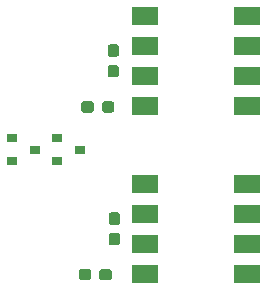
<source format=gtp>
G04 #@! TF.GenerationSoftware,KiCad,Pcbnew,(5.1.5-0)*
G04 #@! TF.CreationDate,2022-03-29T15:48:06-06:00*
G04 #@! TF.ProjectId,polarity_swap,706f6c61-7269-4747-995f-737761702e6b,1*
G04 #@! TF.SameCoordinates,Original*
G04 #@! TF.FileFunction,Paste,Top*
G04 #@! TF.FilePolarity,Positive*
%FSLAX46Y46*%
G04 Gerber Fmt 4.6, Leading zero omitted, Abs format (unit mm)*
G04 Created by KiCad (PCBNEW (5.1.5-0)) date 2022-03-29 15:48:06*
%MOMM*%
%LPD*%
G04 APERTURE LIST*
%ADD10R,2.200000X1.600000*%
%ADD11C,0.152400*%
%ADD12R,0.900000X0.800000*%
G04 APERTURE END LIST*
D10*
X-23850000Y-13990000D03*
X-23850000Y-16530000D03*
X-15150000Y-19070000D03*
X-23850000Y-21610000D03*
X-15150000Y-21610000D03*
X-15150000Y-16530000D03*
X-15150000Y-13990000D03*
X-23850000Y-19070000D03*
X-23841000Y185001D03*
X-23841000Y-2354999D03*
X-15141000Y-4894999D03*
X-23841000Y-7434999D03*
X-15141000Y-7434999D03*
X-15141000Y-2354999D03*
X-15141000Y185001D03*
X-23841000Y-4894999D03*
D11*
G36*
X-26139221Y-18176144D02*
G01*
X-26116166Y-18179563D01*
X-26093557Y-18185227D01*
X-26071613Y-18193079D01*
X-26050543Y-18203044D01*
X-26030552Y-18215026D01*
X-26011832Y-18228910D01*
X-25994562Y-18244562D01*
X-25978910Y-18261832D01*
X-25965026Y-18280552D01*
X-25953044Y-18300543D01*
X-25943079Y-18321613D01*
X-25935227Y-18343557D01*
X-25929563Y-18366166D01*
X-25926144Y-18389221D01*
X-25925000Y-18412500D01*
X-25925000Y-18987500D01*
X-25926144Y-19010779D01*
X-25929563Y-19033834D01*
X-25935227Y-19056443D01*
X-25943079Y-19078387D01*
X-25953044Y-19099457D01*
X-25965026Y-19119448D01*
X-25978910Y-19138168D01*
X-25994562Y-19155438D01*
X-26011832Y-19171090D01*
X-26030552Y-19184974D01*
X-26050543Y-19196956D01*
X-26071613Y-19206921D01*
X-26093557Y-19214773D01*
X-26116166Y-19220437D01*
X-26139221Y-19223856D01*
X-26162500Y-19225000D01*
X-26637500Y-19225000D01*
X-26660779Y-19223856D01*
X-26683834Y-19220437D01*
X-26706443Y-19214773D01*
X-26728387Y-19206921D01*
X-26749457Y-19196956D01*
X-26769448Y-19184974D01*
X-26788168Y-19171090D01*
X-26805438Y-19155438D01*
X-26821090Y-19138168D01*
X-26834974Y-19119448D01*
X-26846956Y-19099457D01*
X-26856921Y-19078387D01*
X-26864773Y-19056443D01*
X-26870437Y-19033834D01*
X-26873856Y-19010779D01*
X-26875000Y-18987500D01*
X-26875000Y-18412500D01*
X-26873856Y-18389221D01*
X-26870437Y-18366166D01*
X-26864773Y-18343557D01*
X-26856921Y-18321613D01*
X-26846956Y-18300543D01*
X-26834974Y-18280552D01*
X-26821090Y-18261832D01*
X-26805438Y-18244562D01*
X-26788168Y-18228910D01*
X-26769448Y-18215026D01*
X-26749457Y-18203044D01*
X-26728387Y-18193079D01*
X-26706443Y-18185227D01*
X-26683834Y-18179563D01*
X-26660779Y-18176144D01*
X-26637500Y-18175000D01*
X-26162500Y-18175000D01*
X-26139221Y-18176144D01*
G37*
G36*
X-26139221Y-16426144D02*
G01*
X-26116166Y-16429563D01*
X-26093557Y-16435227D01*
X-26071613Y-16443079D01*
X-26050543Y-16453044D01*
X-26030552Y-16465026D01*
X-26011832Y-16478910D01*
X-25994562Y-16494562D01*
X-25978910Y-16511832D01*
X-25965026Y-16530552D01*
X-25953044Y-16550543D01*
X-25943079Y-16571613D01*
X-25935227Y-16593557D01*
X-25929563Y-16616166D01*
X-25926144Y-16639221D01*
X-25925000Y-16662500D01*
X-25925000Y-17237500D01*
X-25926144Y-17260779D01*
X-25929563Y-17283834D01*
X-25935227Y-17306443D01*
X-25943079Y-17328387D01*
X-25953044Y-17349457D01*
X-25965026Y-17369448D01*
X-25978910Y-17388168D01*
X-25994562Y-17405438D01*
X-26011832Y-17421090D01*
X-26030552Y-17434974D01*
X-26050543Y-17446956D01*
X-26071613Y-17456921D01*
X-26093557Y-17464773D01*
X-26116166Y-17470437D01*
X-26139221Y-17473856D01*
X-26162500Y-17475000D01*
X-26637500Y-17475000D01*
X-26660779Y-17473856D01*
X-26683834Y-17470437D01*
X-26706443Y-17464773D01*
X-26728387Y-17456921D01*
X-26749457Y-17446956D01*
X-26769448Y-17434974D01*
X-26788168Y-17421090D01*
X-26805438Y-17405438D01*
X-26821090Y-17388168D01*
X-26834974Y-17369448D01*
X-26846956Y-17349457D01*
X-26856921Y-17328387D01*
X-26864773Y-17306443D01*
X-26870437Y-17283834D01*
X-26873856Y-17260779D01*
X-26875000Y-17237500D01*
X-26875000Y-16662500D01*
X-26873856Y-16639221D01*
X-26870437Y-16616166D01*
X-26864773Y-16593557D01*
X-26856921Y-16571613D01*
X-26846956Y-16550543D01*
X-26834974Y-16530552D01*
X-26821090Y-16511832D01*
X-26805438Y-16494562D01*
X-26788168Y-16478910D01*
X-26769448Y-16465026D01*
X-26749457Y-16453044D01*
X-26728387Y-16443079D01*
X-26706443Y-16435227D01*
X-26683834Y-16429563D01*
X-26660779Y-16426144D01*
X-26637500Y-16425000D01*
X-26162500Y-16425000D01*
X-26139221Y-16426144D01*
G37*
G36*
X-28589221Y-21226144D02*
G01*
X-28566166Y-21229563D01*
X-28543557Y-21235227D01*
X-28521613Y-21243079D01*
X-28500543Y-21253044D01*
X-28480552Y-21265026D01*
X-28461832Y-21278910D01*
X-28444562Y-21294562D01*
X-28428910Y-21311832D01*
X-28415026Y-21330552D01*
X-28403044Y-21350543D01*
X-28393079Y-21371613D01*
X-28385227Y-21393557D01*
X-28379563Y-21416166D01*
X-28376144Y-21439221D01*
X-28375000Y-21462500D01*
X-28375000Y-21937500D01*
X-28376144Y-21960779D01*
X-28379563Y-21983834D01*
X-28385227Y-22006443D01*
X-28393079Y-22028387D01*
X-28403044Y-22049457D01*
X-28415026Y-22069448D01*
X-28428910Y-22088168D01*
X-28444562Y-22105438D01*
X-28461832Y-22121090D01*
X-28480552Y-22134974D01*
X-28500543Y-22146956D01*
X-28521613Y-22156921D01*
X-28543557Y-22164773D01*
X-28566166Y-22170437D01*
X-28589221Y-22173856D01*
X-28612500Y-22175000D01*
X-29187500Y-22175000D01*
X-29210779Y-22173856D01*
X-29233834Y-22170437D01*
X-29256443Y-22164773D01*
X-29278387Y-22156921D01*
X-29299457Y-22146956D01*
X-29319448Y-22134974D01*
X-29338168Y-22121090D01*
X-29355438Y-22105438D01*
X-29371090Y-22088168D01*
X-29384974Y-22069448D01*
X-29396956Y-22049457D01*
X-29406921Y-22028387D01*
X-29414773Y-22006443D01*
X-29420437Y-21983834D01*
X-29423856Y-21960779D01*
X-29425000Y-21937500D01*
X-29425000Y-21462500D01*
X-29423856Y-21439221D01*
X-29420437Y-21416166D01*
X-29414773Y-21393557D01*
X-29406921Y-21371613D01*
X-29396956Y-21350543D01*
X-29384974Y-21330552D01*
X-29371090Y-21311832D01*
X-29355438Y-21294562D01*
X-29338168Y-21278910D01*
X-29319448Y-21265026D01*
X-29299457Y-21253044D01*
X-29278387Y-21243079D01*
X-29256443Y-21235227D01*
X-29233834Y-21229563D01*
X-29210779Y-21226144D01*
X-29187500Y-21225000D01*
X-28612500Y-21225000D01*
X-28589221Y-21226144D01*
G37*
G36*
X-26839221Y-21226144D02*
G01*
X-26816166Y-21229563D01*
X-26793557Y-21235227D01*
X-26771613Y-21243079D01*
X-26750543Y-21253044D01*
X-26730552Y-21265026D01*
X-26711832Y-21278910D01*
X-26694562Y-21294562D01*
X-26678910Y-21311832D01*
X-26665026Y-21330552D01*
X-26653044Y-21350543D01*
X-26643079Y-21371613D01*
X-26635227Y-21393557D01*
X-26629563Y-21416166D01*
X-26626144Y-21439221D01*
X-26625000Y-21462500D01*
X-26625000Y-21937500D01*
X-26626144Y-21960779D01*
X-26629563Y-21983834D01*
X-26635227Y-22006443D01*
X-26643079Y-22028387D01*
X-26653044Y-22049457D01*
X-26665026Y-22069448D01*
X-26678910Y-22088168D01*
X-26694562Y-22105438D01*
X-26711832Y-22121090D01*
X-26730552Y-22134974D01*
X-26750543Y-22146956D01*
X-26771613Y-22156921D01*
X-26793557Y-22164773D01*
X-26816166Y-22170437D01*
X-26839221Y-22173856D01*
X-26862500Y-22175000D01*
X-27437500Y-22175000D01*
X-27460779Y-22173856D01*
X-27483834Y-22170437D01*
X-27506443Y-22164773D01*
X-27528387Y-22156921D01*
X-27549457Y-22146956D01*
X-27569448Y-22134974D01*
X-27588168Y-22121090D01*
X-27605438Y-22105438D01*
X-27621090Y-22088168D01*
X-27634974Y-22069448D01*
X-27646956Y-22049457D01*
X-27656921Y-22028387D01*
X-27664773Y-22006443D01*
X-27670437Y-21983834D01*
X-27673856Y-21960779D01*
X-27675000Y-21937500D01*
X-27675000Y-21462500D01*
X-27673856Y-21439221D01*
X-27670437Y-21416166D01*
X-27664773Y-21393557D01*
X-27656921Y-21371613D01*
X-27646956Y-21350543D01*
X-27634974Y-21330552D01*
X-27621090Y-21311832D01*
X-27605438Y-21294562D01*
X-27588168Y-21278910D01*
X-27569448Y-21265026D01*
X-27549457Y-21253044D01*
X-27528387Y-21243079D01*
X-27506443Y-21235227D01*
X-27483834Y-21229563D01*
X-27460779Y-21226144D01*
X-27437500Y-21225000D01*
X-26862500Y-21225000D01*
X-26839221Y-21226144D01*
G37*
G36*
X-26239221Y-2201144D02*
G01*
X-26216166Y-2204563D01*
X-26193557Y-2210227D01*
X-26171613Y-2218079D01*
X-26150543Y-2228044D01*
X-26130552Y-2240026D01*
X-26111832Y-2253910D01*
X-26094562Y-2269562D01*
X-26078910Y-2286832D01*
X-26065026Y-2305552D01*
X-26053044Y-2325543D01*
X-26043079Y-2346613D01*
X-26035227Y-2368557D01*
X-26029563Y-2391166D01*
X-26026144Y-2414221D01*
X-26025000Y-2437500D01*
X-26025000Y-3012500D01*
X-26026144Y-3035779D01*
X-26029563Y-3058834D01*
X-26035227Y-3081443D01*
X-26043079Y-3103387D01*
X-26053044Y-3124457D01*
X-26065026Y-3144448D01*
X-26078910Y-3163168D01*
X-26094562Y-3180438D01*
X-26111832Y-3196090D01*
X-26130552Y-3209974D01*
X-26150543Y-3221956D01*
X-26171613Y-3231921D01*
X-26193557Y-3239773D01*
X-26216166Y-3245437D01*
X-26239221Y-3248856D01*
X-26262500Y-3250000D01*
X-26737500Y-3250000D01*
X-26760779Y-3248856D01*
X-26783834Y-3245437D01*
X-26806443Y-3239773D01*
X-26828387Y-3231921D01*
X-26849457Y-3221956D01*
X-26869448Y-3209974D01*
X-26888168Y-3196090D01*
X-26905438Y-3180438D01*
X-26921090Y-3163168D01*
X-26934974Y-3144448D01*
X-26946956Y-3124457D01*
X-26956921Y-3103387D01*
X-26964773Y-3081443D01*
X-26970437Y-3058834D01*
X-26973856Y-3035779D01*
X-26975000Y-3012500D01*
X-26975000Y-2437500D01*
X-26973856Y-2414221D01*
X-26970437Y-2391166D01*
X-26964773Y-2368557D01*
X-26956921Y-2346613D01*
X-26946956Y-2325543D01*
X-26934974Y-2305552D01*
X-26921090Y-2286832D01*
X-26905438Y-2269562D01*
X-26888168Y-2253910D01*
X-26869448Y-2240026D01*
X-26849457Y-2228044D01*
X-26828387Y-2218079D01*
X-26806443Y-2210227D01*
X-26783834Y-2204563D01*
X-26760779Y-2201144D01*
X-26737500Y-2200000D01*
X-26262500Y-2200000D01*
X-26239221Y-2201144D01*
G37*
G36*
X-26239221Y-3951144D02*
G01*
X-26216166Y-3954563D01*
X-26193557Y-3960227D01*
X-26171613Y-3968079D01*
X-26150543Y-3978044D01*
X-26130552Y-3990026D01*
X-26111832Y-4003910D01*
X-26094562Y-4019562D01*
X-26078910Y-4036832D01*
X-26065026Y-4055552D01*
X-26053044Y-4075543D01*
X-26043079Y-4096613D01*
X-26035227Y-4118557D01*
X-26029563Y-4141166D01*
X-26026144Y-4164221D01*
X-26025000Y-4187500D01*
X-26025000Y-4762500D01*
X-26026144Y-4785779D01*
X-26029563Y-4808834D01*
X-26035227Y-4831443D01*
X-26043079Y-4853387D01*
X-26053044Y-4874457D01*
X-26065026Y-4894448D01*
X-26078910Y-4913168D01*
X-26094562Y-4930438D01*
X-26111832Y-4946090D01*
X-26130552Y-4959974D01*
X-26150543Y-4971956D01*
X-26171613Y-4981921D01*
X-26193557Y-4989773D01*
X-26216166Y-4995437D01*
X-26239221Y-4998856D01*
X-26262500Y-5000000D01*
X-26737500Y-5000000D01*
X-26760779Y-4998856D01*
X-26783834Y-4995437D01*
X-26806443Y-4989773D01*
X-26828387Y-4981921D01*
X-26849457Y-4971956D01*
X-26869448Y-4959974D01*
X-26888168Y-4946090D01*
X-26905438Y-4930438D01*
X-26921090Y-4913168D01*
X-26934974Y-4894448D01*
X-26946956Y-4874457D01*
X-26956921Y-4853387D01*
X-26964773Y-4831443D01*
X-26970437Y-4808834D01*
X-26973856Y-4785779D01*
X-26975000Y-4762500D01*
X-26975000Y-4187500D01*
X-26973856Y-4164221D01*
X-26970437Y-4141166D01*
X-26964773Y-4118557D01*
X-26956921Y-4096613D01*
X-26946956Y-4075543D01*
X-26934974Y-4055552D01*
X-26921090Y-4036832D01*
X-26905438Y-4019562D01*
X-26888168Y-4003910D01*
X-26869448Y-3990026D01*
X-26849457Y-3978044D01*
X-26828387Y-3968079D01*
X-26806443Y-3960227D01*
X-26783834Y-3954563D01*
X-26760779Y-3951144D01*
X-26737500Y-3950000D01*
X-26262500Y-3950000D01*
X-26239221Y-3951144D01*
G37*
G36*
X-26614221Y-7026144D02*
G01*
X-26591166Y-7029563D01*
X-26568557Y-7035227D01*
X-26546613Y-7043079D01*
X-26525543Y-7053044D01*
X-26505552Y-7065026D01*
X-26486832Y-7078910D01*
X-26469562Y-7094562D01*
X-26453910Y-7111832D01*
X-26440026Y-7130552D01*
X-26428044Y-7150543D01*
X-26418079Y-7171613D01*
X-26410227Y-7193557D01*
X-26404563Y-7216166D01*
X-26401144Y-7239221D01*
X-26400000Y-7262500D01*
X-26400000Y-7737500D01*
X-26401144Y-7760779D01*
X-26404563Y-7783834D01*
X-26410227Y-7806443D01*
X-26418079Y-7828387D01*
X-26428044Y-7849457D01*
X-26440026Y-7869448D01*
X-26453910Y-7888168D01*
X-26469562Y-7905438D01*
X-26486832Y-7921090D01*
X-26505552Y-7934974D01*
X-26525543Y-7946956D01*
X-26546613Y-7956921D01*
X-26568557Y-7964773D01*
X-26591166Y-7970437D01*
X-26614221Y-7973856D01*
X-26637500Y-7975000D01*
X-27212500Y-7975000D01*
X-27235779Y-7973856D01*
X-27258834Y-7970437D01*
X-27281443Y-7964773D01*
X-27303387Y-7956921D01*
X-27324457Y-7946956D01*
X-27344448Y-7934974D01*
X-27363168Y-7921090D01*
X-27380438Y-7905438D01*
X-27396090Y-7888168D01*
X-27409974Y-7869448D01*
X-27421956Y-7849457D01*
X-27431921Y-7828387D01*
X-27439773Y-7806443D01*
X-27445437Y-7783834D01*
X-27448856Y-7760779D01*
X-27450000Y-7737500D01*
X-27450000Y-7262500D01*
X-27448856Y-7239221D01*
X-27445437Y-7216166D01*
X-27439773Y-7193557D01*
X-27431921Y-7171613D01*
X-27421956Y-7150543D01*
X-27409974Y-7130552D01*
X-27396090Y-7111832D01*
X-27380438Y-7094562D01*
X-27363168Y-7078910D01*
X-27344448Y-7065026D01*
X-27324457Y-7053044D01*
X-27303387Y-7043079D01*
X-27281443Y-7035227D01*
X-27258834Y-7029563D01*
X-27235779Y-7026144D01*
X-27212500Y-7025000D01*
X-26637500Y-7025000D01*
X-26614221Y-7026144D01*
G37*
G36*
X-28364221Y-7026144D02*
G01*
X-28341166Y-7029563D01*
X-28318557Y-7035227D01*
X-28296613Y-7043079D01*
X-28275543Y-7053044D01*
X-28255552Y-7065026D01*
X-28236832Y-7078910D01*
X-28219562Y-7094562D01*
X-28203910Y-7111832D01*
X-28190026Y-7130552D01*
X-28178044Y-7150543D01*
X-28168079Y-7171613D01*
X-28160227Y-7193557D01*
X-28154563Y-7216166D01*
X-28151144Y-7239221D01*
X-28150000Y-7262500D01*
X-28150000Y-7737500D01*
X-28151144Y-7760779D01*
X-28154563Y-7783834D01*
X-28160227Y-7806443D01*
X-28168079Y-7828387D01*
X-28178044Y-7849457D01*
X-28190026Y-7869448D01*
X-28203910Y-7888168D01*
X-28219562Y-7905438D01*
X-28236832Y-7921090D01*
X-28255552Y-7934974D01*
X-28275543Y-7946956D01*
X-28296613Y-7956921D01*
X-28318557Y-7964773D01*
X-28341166Y-7970437D01*
X-28364221Y-7973856D01*
X-28387500Y-7975000D01*
X-28962500Y-7975000D01*
X-28985779Y-7973856D01*
X-29008834Y-7970437D01*
X-29031443Y-7964773D01*
X-29053387Y-7956921D01*
X-29074457Y-7946956D01*
X-29094448Y-7934974D01*
X-29113168Y-7921090D01*
X-29130438Y-7905438D01*
X-29146090Y-7888168D01*
X-29159974Y-7869448D01*
X-29171956Y-7849457D01*
X-29181921Y-7828387D01*
X-29189773Y-7806443D01*
X-29195437Y-7783834D01*
X-29198856Y-7760779D01*
X-29200000Y-7737500D01*
X-29200000Y-7262500D01*
X-29198856Y-7239221D01*
X-29195437Y-7216166D01*
X-29189773Y-7193557D01*
X-29181921Y-7171613D01*
X-29171956Y-7150543D01*
X-29159974Y-7130552D01*
X-29146090Y-7111832D01*
X-29130438Y-7094562D01*
X-29113168Y-7078910D01*
X-29094448Y-7065026D01*
X-29074457Y-7053044D01*
X-29053387Y-7043079D01*
X-29031443Y-7035227D01*
X-29008834Y-7029563D01*
X-28985779Y-7026144D01*
X-28962500Y-7025000D01*
X-28387500Y-7025000D01*
X-28364221Y-7026144D01*
G37*
D12*
X-33100000Y-11100000D03*
X-35100000Y-12050000D03*
X-35100000Y-10150000D03*
X-29300000Y-11100000D03*
X-31300000Y-12050000D03*
X-31300000Y-10150000D03*
M02*

</source>
